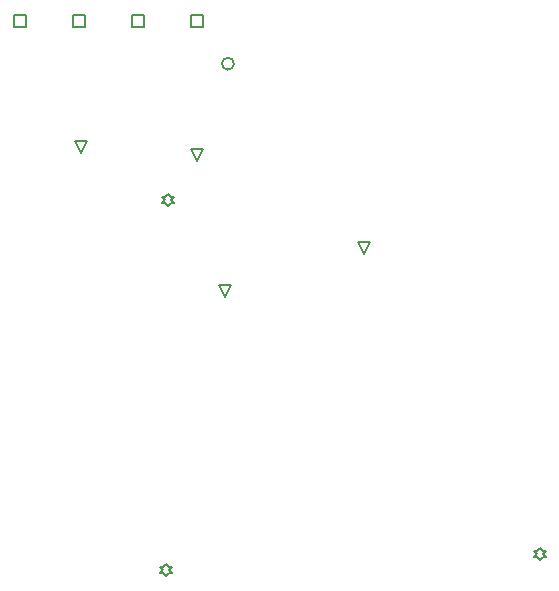
<source format=gbr>
%TF.GenerationSoftware,Altium Limited,Altium Designer,21.1.1 (26)*%
G04 Layer_Color=2752767*
%FSLAX42Y42*%
%MOMM*%
%TF.SameCoordinates,421AD0F8-EA99-4668-A15B-16ED363E75F7*%
%TF.FilePolarity,Positive*%
%TF.FileFunction,Drawing*%
%TF.Part,Single*%
G01*
G75*
%TA.AperFunction,NonConductor*%
%ADD34C,0.13*%
%ADD51C,0.17*%
D34*
X7752Y10871D02*
Y10973D01*
X7853D01*
Y10871D01*
X7752D01*
X8252D02*
Y10973D01*
X8353D01*
Y10871D01*
X8252D01*
X7252D02*
Y10973D01*
X7353D01*
Y10871D01*
X7252D01*
X6752D02*
Y10973D01*
X6853D01*
Y10871D01*
X6752D01*
X9715Y8954D02*
X9665Y9055D01*
X9766D01*
X9715Y8954D01*
X7315Y9804D02*
X7264Y9906D01*
X7366D01*
X7315Y9804D01*
X8534Y8585D02*
X8484Y8687D01*
X8585D01*
X8534Y8585D01*
X8303Y9741D02*
X8252Y9843D01*
X8353D01*
X8303Y9741D01*
X8052Y9360D02*
X8077Y9385D01*
X8103D01*
X8077Y9411D01*
X8103Y9436D01*
X8077D01*
X8052Y9461D01*
X8026Y9436D01*
X8001D01*
X8026Y9411D01*
X8001Y9385D01*
X8026D01*
X8052Y9360D01*
X11201Y6363D02*
X11227Y6388D01*
X11252D01*
X11227Y6414D01*
X11252Y6439D01*
X11227D01*
X11201Y6464D01*
X11176Y6439D01*
X11151D01*
X11176Y6414D01*
X11151Y6388D01*
X11176D01*
X11201Y6363D01*
X8039Y6223D02*
X8064Y6248D01*
X8090D01*
X8064Y6274D01*
X8090Y6299D01*
X8064D01*
X8039Y6325D01*
X8014Y6299D01*
X7988D01*
X8014Y6274D01*
X7988Y6248D01*
X8014D01*
X8039Y6223D01*
D51*
X8613Y10562D02*
G03*
X8613Y10562I-51J0D01*
G01*
%TF.MD5,5ea8a5012fa1a13a912a51f008a2a9f1*%
M02*

</source>
